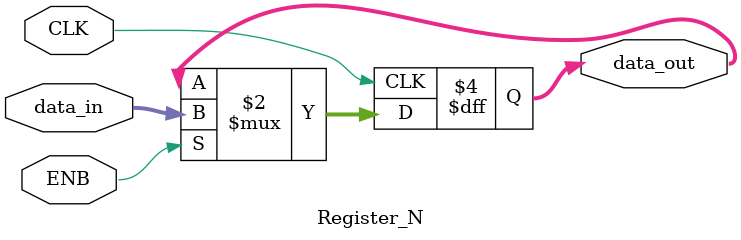
<source format=v>
module Register_N #(parameter WIDTH = 8) (ENB, CLK, data_in, data_out);
	
	input ENB, CLK;
	input [WIDTH-1:0] data_in;	
	output reg [WIDTH-1:0] data_out;
	
	always@(posedge CLK)	begin
		if (ENB) begin
			data_out <= data_in;
		end
	end
	
endmodule
</source>
